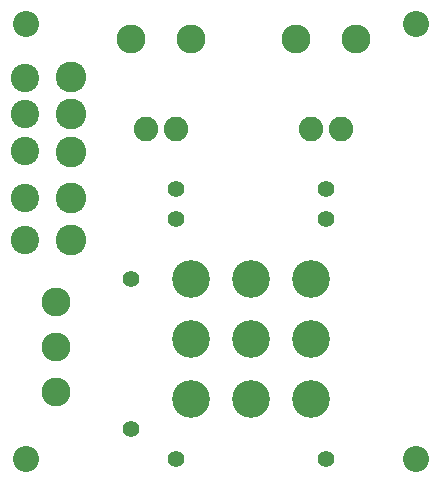
<source format=gts>
G75*
G70*
%OFA0B0*%
%FSLAX24Y24*%
%IPPOS*%
%LPD*%
%AMOC8*
5,1,8,0,0,1.08239X$1,22.5*
%
%ADD10C,0.0867*%
%ADD11C,0.1261*%
%ADD12C,0.0966*%
%ADD13C,0.1025*%
%ADD14C,0.0946*%
%ADD15C,0.0820*%
%ADD16C,0.0556*%
D10*
X001302Y001302D03*
X014302Y001302D03*
X014302Y015802D03*
X001302Y015802D03*
D11*
X006802Y007302D03*
X006802Y005302D03*
X006802Y003302D03*
X008802Y003302D03*
X008802Y005302D03*
X008802Y007302D03*
X010802Y007302D03*
X010802Y005302D03*
X010802Y003302D03*
D12*
X002302Y003552D03*
X002302Y005052D03*
X002302Y006552D03*
X004802Y015302D03*
X006802Y015302D03*
X010302Y015302D03*
X012302Y015302D03*
D13*
X002802Y014052D03*
X002802Y012802D03*
X002802Y011552D03*
X002802Y010002D03*
X002802Y008602D03*
D14*
X001252Y008602D03*
X001252Y010002D03*
X001252Y011577D03*
X001252Y012802D03*
X001252Y014027D03*
D15*
X005302Y012302D03*
X006302Y012302D03*
X010802Y012302D03*
X011802Y012302D03*
D16*
X011302Y010302D03*
X011302Y009302D03*
X006302Y009302D03*
X006302Y010302D03*
X004802Y007302D03*
X004802Y002302D03*
X006302Y001302D03*
X011302Y001302D03*
M02*

</source>
